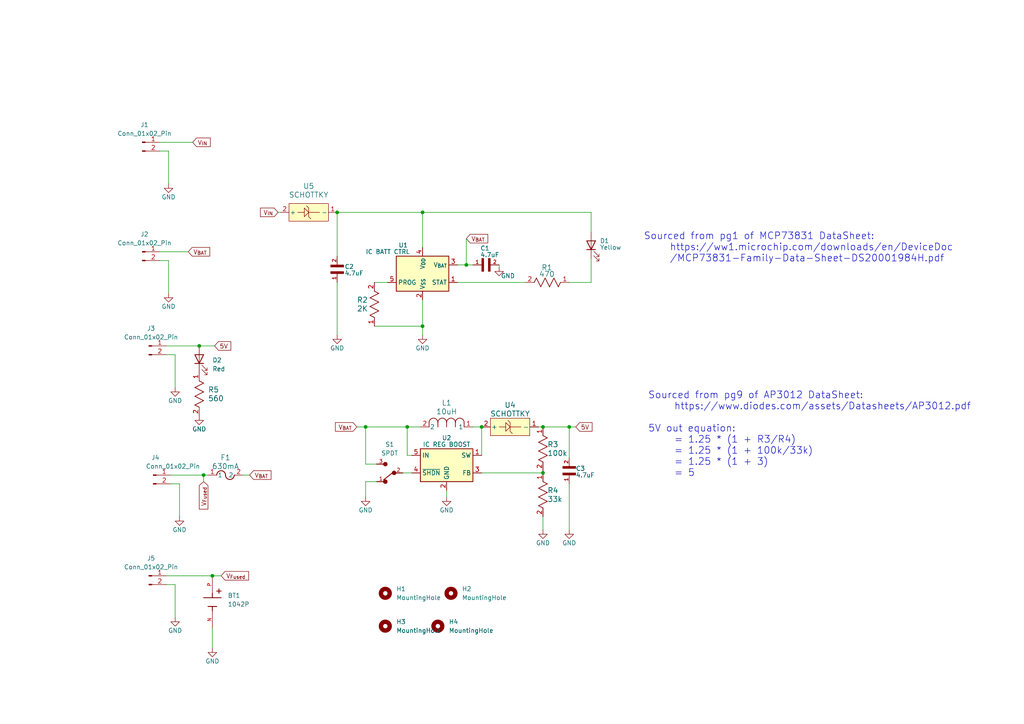
<source format=kicad_sch>
(kicad_sch (version 20230121) (generator eeschema)
  (paper "A4")
  (title_block (title "Lithium Ion Polymer Battery Charger") (date "11/2/23") (rev "1") (company "OSU") (comment 1 "Joseph Conrow") (comment 2 "ECE 441 - Fall 2023") (comment 3 "Prof.  Don Heer") (comment 4 "Reviewed by: Cade Tillema & Louis Marun"))
  (lib_symbols
    (symbol "1042P:1042P" (pin_names (offset 1.016))
      (property "Reference" "BT" (at -3.81 3.81 0))
      (property "Value" "1042P" (at -3.81 -5.08 0))
      (symbol "1042P_0_0"
        (polyline (pts (xy -3.81 1.905) (xy -2.54 1.905)) (stroke (width 0.254)))
        (polyline (pts (xy -3.175 2.54) (xy -3.175 1.27)) (stroke (width 0.254)))
        (polyline (pts (xy -1.27 0) (xy -2.54 0)) (stroke (width 0.254)))
        (polyline (pts (xy -1.27 0) (xy -1.27 -2.54)) (stroke (width 0.254)))
        (polyline (pts (xy -1.27 2.54) (xy -1.27 0)) (stroke (width 0.254)))
        (polyline (pts (xy 1.27 0) (xy 1.27 -1.27)) (stroke (width 0.254)))
        (polyline (pts (xy 1.27 0) (xy 2.54 0)) (stroke (width 0.254)))
        (polyline (pts (xy 1.27 1.27) (xy 1.27 0)) (stroke (width 0.254)))
        (pin passive line (at 7.62 0 180) (length 5.08) (name "~") (number "N"))
        (pin passive line (at -7.62 0 0) (length 5.08) (name "~") (number "P"))
      )
    )
    (symbol "1239AS_H_100M_P2:1239AS-H-100M=P2" (pin_names (offset 0.254))
      (property "Reference" "L" (at 1.27 8.89 0))
      (property "Value" "1239AS-H-100M=P2" (at 1.27 5.715 0))
      (symbol "1239AS-H-100M=P2_1_1"
        (arc (start -1.27 5.08) (mid -2.5345 3.81) (end -1.27 2.54) (stroke (width 0.2032)))
        (arc (start -1.27 7.62) (mid -2.5345 6.35) (end -1.27 5.08) (stroke (width 0.2032)))
        (arc (start -1.27 10.16) (mid -2.5345 8.89) (end -1.27 7.62) (stroke (width 0.2032)))
        (arc (start -1.27 12.7) (mid -2.5345 11.43) (end -1.27 10.16) (stroke (width 0.2032)))
        (polyline (pts (xy 0 2.54) (xy -1.27 2.54)) (stroke (width 0.2032)))
        (polyline (pts (xy 0 5.08) (xy -1.27 5.08)) (stroke (width 0.2032)))
        (polyline (pts (xy 0 7.62) (xy -1.27 7.62)) (stroke (width 0.2032)))
        (polyline (pts (xy 0 10.16) (xy -1.27 10.16)) (stroke (width 0.2032)))
        (polyline (pts (xy 0 12.7) (xy -1.27 12.7)) (stroke (width 0.2032)))
        (pin unspecified line (at 0 15.24 270) (length 2.54) (name "1") (number "1"))
        (pin unspecified line (at 0 0 90) (length 2.54) (name "2") (number "2"))
      )
      (symbol "1239AS-H-100M=P2_1_2"
        (arc (start -1.27 5.08) (mid -2.5345 3.81) (end -1.27 2.54) (stroke (width 0.2032)))
        (arc (start -1.27 7.62) (mid -2.5345 6.35) (end -1.27 5.08) (stroke (width 0.2032)))
        (arc (start -1.27 10.16) (mid -2.5345 8.89) (end -1.27 7.62) (stroke (width 0.2032)))
        (arc (start -1.27 12.7) (mid -2.5345 11.43) (end -1.27 10.16) (stroke (width 0.2032)))
        (polyline (pts (xy 0 2.54) (xy -1.27 2.54)) (stroke (width 0.2032)))
        (polyline (pts (xy 0 5.08) (xy -1.27 5.08)) (stroke (width 0.2032)))
        (polyline (pts (xy 0 7.62) (xy -1.27 7.62)) (stroke (width 0.2032)))
        (polyline (pts (xy 0 10.16) (xy -1.27 10.16)) (stroke (width 0.2032)))
        (polyline (pts (xy 0 12.7) (xy -1.27 12.7)) (stroke (width 0.2032)))
        (pin unspecified line (at 0 15.24 270) (length 2.54) (name "1") (number "1"))
        (pin unspecified line (at 0 0 90) (length 2.54) (name "2") (number "2"))
      )
    )
    (symbol "1N5819HW-7-F:1N5819HW-7-F" (pin_names (offset 0.254))
      (property "Reference" "D" (at 20.32 6.35 0))
      (property "Value" "1N5819HW-7-F" (at 20.32 3.81 0))
      (symbol "1N5819HW-7-F_1_1"
        (polyline (pts (xy 24.13 0) (xy 22.225 0) (xy 22.225 1.27) (xy 20.955 0) (xy 22.225 -1.27) (xy 22.225 0) (xy 22.225 1.27) (xy 20.955 0) (xy 20.955 1.27) (xy 20.32 1.905) (xy 20.955 1.27) (xy 20.955 -1.27) (xy 21.59 -1.905) (xy 20.955 -1.27) (xy 20.955 0) (xy 17.78 0)))
        (rectangle (start 15.24 2.54) (end 26.67 -2.54) (fill (type background)))
        (pin output line (at 12.7 0 0) (length 2.54) (name "-") (number "1"))
        (pin input line (at 29.21 0 180) (length 2.54) (name "+") (number "2"))
      )
    )
    (symbol "3413_0214_22:3413.0214.22" (pin_names (offset 0.254))
      (property "Reference" "F" (at 5.08 3.175 0))
      (property "Value" "3413.0214.22" (at 5.08 -3.175 0))
      (symbol "3413.0214.22_1_1"
        (arc (start 5.08 0) (mid 3.81 1.2645) (end 2.54 0) (stroke (width 0.254)))
        (arc (start 5.08 0) (mid 6.35 -1.2645) (end 7.62 0) (stroke (width 0.254)))
        (pin unspecified line (at 0 0 0) (length 2.54) (name "1") (number "1"))
        (pin unspecified line (at 10.16 0 180) (length 2.54) (name "2") (number "2"))
      )
      (symbol "3413.0214.22_1_2"
        (arc (start 0 5.08) (mid -1.2645 3.81) (end 0 2.54) (stroke (width 0.254)))
        (arc (start 0 5.08) (mid 1.2645 6.35) (end 0 7.62) (stroke (width 0.254)))
        (pin unspecified line (at 0 0 90) (length 2.54) (name "1") (number "1"))
        (pin unspecified line (at 0 10.16 270) (length 2.54) (name "2") (number "2"))
      )
    )
    (symbol "Battery_Management:MCP73832-2-OT"
      (property "Reference" "U" (at -7.62 6.35 0))
      (property "Value" "MCP73832-2-OT" (at 1.27 6.35 0))
      (symbol "MCP73832-2-OT_0_1"
        (rectangle (start -7.62 5.08) (end 7.62 -5.08) (stroke (width 0.254)) (fill (type background)))
      )
      (symbol "MCP73832-2-OT_1_1"
        (pin output line (at 10.16 -2.54 180) (length 2.54) (name "STAT") (number "1"))
        (pin power_in line (at 0 -7.62 90) (length 2.54) (name "V_{SS}") (number "2"))
        (pin power_out line (at 10.16 2.54 180) (length 2.54) (name "V_{BAT}") (number "3"))
        (pin power_in line (at 0 7.62 270) (length 2.54) (name "V_{DD}") (number "4"))
        (pin input line (at -10.16 -2.54 0) (length 2.54) (name "PROG") (number "5"))
      )
    )
    (symbol "Connector:Conn_01x02_Pin" (pin_names (offset 1.016) hide)
      (property "Reference" "J" (at 0 2.54 0))
      (property "Value" "Conn_01x02_Pin" (at 0 -5.08 0))
      (symbol "Conn_01x02_Pin_1_1"
        (polyline (pts (xy 1.27 -2.54) (xy 0.8636 -2.54)) (stroke (width 0.1524)))
        (polyline (pts (xy 1.27 0) (xy 0.8636 0)) (stroke (width 0.1524)))
        (rectangle (start 0.8636 -2.413) (end 0 -2.667) (stroke (width 0.1524)) (fill (type outline)))
        (rectangle (start 0.8636 0.127) (end 0 -0.127) (stroke (width 0.1524)) (fill (type outline)))
        (pin passive line (at 5.08 0 180) (length 3.81) (name "Pin_1") (number "1"))
        (pin passive line (at 5.08 -2.54 180) (length 3.81) (name "Pin_2") (number "2"))
      )
    )
    (symbol "Device:LED" (pin_numbers hide) (pin_names (offset 1.016) hide)
      (property "Reference" "D" (at 0 2.54 0))
      (property "Value" "LED" (at 0 -2.54 0))
      (symbol "LED_0_1"
        (polyline (pts (xy -1.27 -1.27) (xy -1.27 1.27)) (stroke (width 0.254)))
        (polyline (pts (xy -1.27 0) (xy 1.27 0)))
        (polyline (pts (xy 1.27 -1.27) (xy 1.27 1.27) (xy -1.27 0) (xy 1.27 -1.27)) (stroke (width 0.254)))
        (polyline (pts (xy -3.048 -0.762) (xy -4.572 -2.286) (xy -3.81 -2.286) (xy -4.572 -2.286) (xy -4.572 -1.524)))
        (polyline (pts (xy -1.778 -0.762) (xy -3.302 -2.286) (xy -2.54 -2.286) (xy -3.302 -2.286) (xy -3.302 -1.524)))
      )
      (symbol "LED_1_1"
        (pin passive line (at -3.81 0 0) (length 2.54) (name "K") (number "1"))
        (pin passive line (at 3.81 0 180) (length 2.54) (name "A") (number "2"))
      )
    )
    (symbol "ERJ_8ENF1003V:ERJ-8ENF1003V" (pin_names (offset 0.254))
      (property "Reference" "R" (at 5.715 3.81 0))
      (property "Value" "ERJ-8ENF1003V" (at 6.35 -3.81 0))
      (symbol "ERJ-8ENF1003V_1_1"
        (polyline (pts (xy 2.54 0) (xy 3.175 1.27)) (stroke (width 0.2032)))
        (polyline (pts (xy 3.175 1.27) (xy 4.445 -1.27)) (stroke (width 0.2032)))
        (polyline (pts (xy 4.445 -1.27) (xy 5.715 1.27)) (stroke (width 0.2032)))
        (polyline (pts (xy 5.715 1.27) (xy 6.985 -1.27)) (stroke (width 0.2032)))
        (polyline (pts (xy 6.985 -1.27) (xy 8.255 1.27)) (stroke (width 0.2032)))
        (polyline (pts (xy 8.255 1.27) (xy 9.525 -1.27)) (stroke (width 0.2032)))
        (polyline (pts (xy 9.525 -1.27) (xy 10.16 0)) (stroke (width 0.2032)))
        (pin unspecified line (at 12.7 0 180) (length 2.54) (name "") (number "1"))
        (pin unspecified line (at 0 0 0) (length 2.54) (name "") (number "2"))
      )
      (symbol "ERJ-8ENF1003V_1_2"
        (polyline (pts (xy -1.27 3.175) (xy 1.27 4.445)) (stroke (width 0.2032)))
        (polyline (pts (xy -1.27 5.715) (xy 1.27 6.985)) (stroke (width 0.2032)))
        (polyline (pts (xy -1.27 8.255) (xy 1.27 9.525)) (stroke (width 0.2032)))
        (polyline (pts (xy 0 2.54) (xy -1.27 3.175)) (stroke (width 0.2032)))
        (polyline (pts (xy 1.27 4.445) (xy -1.27 5.715)) (stroke (width 0.2032)))
        (polyline (pts (xy 1.27 6.985) (xy -1.27 8.255)) (stroke (width 0.2032)))
        (polyline (pts (xy 1.27 9.525) (xy 0 10.16)) (stroke (width 0.2032)))
        (pin unspecified line (at 0 12.7 270) (length 2.54) (name "") (number "1"))
        (pin unspecified line (at 0 0 90) (length 2.54) (name "") (number "2"))
      )
    )
    (symbol "GRM219R6YA475KA73D:GRM219R6YA475KA73D" (pin_names (offset 1.016))
      (property "Reference" "C" (at 0 3.8109 0))
      (property "Value" "GRM219R6YA475KA73D" (at 0 -5.0885 0))
      (symbol "GRM219R6YA475KA73D_0_0"
        (rectangle (start 0 -1.9069) (end 0.635 1.905) (stroke (width 0.1)) (fill (type outline)))
        (rectangle (start 1.9069 -1.9069) (end 2.54 1.905) (stroke (width 0.1)) (fill (type outline)))
        (pin passive line (at -2.54 0 0) (length 2.54) (name "~") (number "1"))
        (pin passive line (at 5.08 0 180) (length 2.54) (name "~") (number "2"))
      )
    )
    (symbol "JS102011JCQN:JS102011JCQN" (pin_names (offset 1.016))
      (property "Reference" "S" (at 0.0028 5.0871 0))
      (property "Value" "JS102011JCQN" (at 0.0013 -5.086 0))
      (symbol "JS102011JCQN_0_0"
        (circle (center -2.54 -0.254) (radius 0.254) (stroke (width 0.254)))
        (circle (center -2.54 0) (radius 0.254) (stroke (width 0.254)))
        (circle (center -2.54 0) (radius 0.3592) (stroke (width 0.254)))
        (circle (center -2.54 0) (radius 0.508) (stroke (width 0.254)))
        (circle (center -0.254 2.54) (radius 0.254) (stroke (width 0.254)))
        (circle (center 0 -2.794) (radius 0.254) (stroke (width 0.254)))
        (circle (center 0 -2.54) (radius 0.254) (stroke (width 0.254)))
        (circle (center 0 -2.54) (radius 0.508) (stroke (width 0.254)))
        (polyline (pts (xy -5.08 0) (xy -2.54 0)) (stroke (width 0.254)))
        (polyline (pts (xy -2.032 0) (xy 0.508 2.032)) (stroke (width 0.254)))
        (polyline (pts (xy 0 -2.54) (xy 2.54 -2.54)) (stroke (width 0.254)))
        (polyline (pts (xy 0 2.54) (xy 2.54 2.54)) (stroke (width 0.254)))
        (circle (center 0 2.54) (radius 0.254) (stroke (width 0.254)))
        (circle (center 0 2.54) (radius 0.3592) (stroke (width 0.254)))
        (circle (center 0 2.54) (radius 0.3592) (stroke (width 0.254)))
        (circle (center 0 2.54) (radius 0.508) (stroke (width 0.254)))
        (pin passive line (at 2.54 2.54 180) (length 2.54) (name "~") (number "1"))
        (pin passive line (at -5.08 0 0) (length 2.54) (name "~") (number "2"))
        (pin passive line (at 2.54 -2.54 180) (length 2.54) (name "~") (number "3"))
      )
    )
    (symbol "Mechanical:MountingHole" (pin_names (offset 1.016))
      (property "Reference" "H" (at 0 5.08 0))
      (property "Value" "MountingHole" (at 0 3.175 0))
      (symbol "MountingHole_0_1"
        (circle (center 0 0) (radius 1.27) (stroke (width 1.27)))
      )
    )
    (symbol "RC0805FR_07470RL:RC0805FR-07470RL" (pin_names (offset 0.254))
      (property "Reference" "R" (at 5.715 3.81 0))
      (property "Value" "RC0805FR-07470RL" (at 6.35 -3.81 0))
      (symbol "RC0805FR-07470RL_1_1"
        (polyline (pts (xy 2.54 0) (xy 3.175 1.27)) (stroke (width 0.2032)))
        (polyline (pts (xy 3.175 1.27) (xy 4.445 -1.27)) (stroke (width 0.2032)))
        (polyline (pts (xy 4.445 -1.27) (xy 5.715 1.27)) (stroke (width 0.2032)))
        (polyline (pts (xy 5.715 1.27) (xy 6.985 -1.27)) (stroke (width 0.2032)))
        (polyline (pts (xy 6.985 -1.27) (xy 8.255 1.27)) (stroke (width 0.2032)))
        (polyline (pts (xy 8.255 1.27) (xy 9.525 -1.27)) (stroke (width 0.2032)))
        (polyline (pts (xy 9.525 -1.27) (xy 10.16 0)) (stroke (width 0.2032)))
        (pin unspecified line (at 12.7 0 180) (length 2.54) (name "") (number "1"))
        (pin unspecified line (at 0 0 0) (length 2.54) (name "") (number "2"))
      )
      (symbol "RC0805FR-07470RL_1_2"
        (polyline (pts (xy -1.27 3.175) (xy 1.27 4.445)) (stroke (width 0.2032)))
        (polyline (pts (xy -1.27 5.715) (xy 1.27 6.985)) (stroke (width 0.2032)))
        (polyline (pts (xy -1.27 8.255) (xy 1.27 9.525)) (stroke (width 0.2032)))
        (polyline (pts (xy 0 2.54) (xy -1.27 3.175)) (stroke (width 0.2032)))
        (polyline (pts (xy 1.27 4.445) (xy -1.27 5.715)) (stroke (width 0.2032)))
        (polyline (pts (xy 1.27 6.985) (xy -1.27 8.255)) (stroke (width 0.2032)))
        (polyline (pts (xy 1.27 9.525) (xy 0 10.16)) (stroke (width 0.2032)))
        (pin unspecified line (at 0 12.7 270) (length 2.54) (name "") (number "1"))
        (pin unspecified line (at 0 0 90) (length 2.54) (name "") (number "2"))
      )
    )
    (symbol "RG2012P_202_B_T5:RG2012P-202-B-T5" (pin_names (offset 0.254))
      (property "Reference" "R" (at 5.715 3.81 0))
      (property "Value" "RG2012P-202-B-T5" (at 6.35 -3.81 0))
      (symbol "RG2012P-202-B-T5_1_1"
        (polyline (pts (xy 2.54 0) (xy 3.175 1.27)) (stroke (width 0.2032)))
        (polyline (pts (xy 3.175 1.27) (xy 4.445 -1.27)) (stroke (width 0.2032)))
        (polyline (pts (xy 4.445 -1.27) (xy 5.715 1.27)) (stroke (width 0.2032)))
        (polyline (pts (xy 5.715 1.27) (xy 6.985 -1.27)) (stroke (width 0.2032)))
        (polyline (pts (xy 6.985 -1.27) (xy 8.255 1.27)) (stroke (width 0.2032)))
        (polyline (pts (xy 8.255 1.27) (xy 9.525 -1.27)) (stroke (width 0.2032)))
        (polyline (pts (xy 9.525 -1.27) (xy 10.16 0)) (stroke (width 0.2032)))
        (pin unspecified line (at 0 0 0) (length 2.54) (name "") (number "1"))
        (pin unspecified line (at 12.7 0 180) (length 2.54) (name "") (number "2"))
      )
      (symbol "RG2012P-202-B-T5_1_2"
        (polyline (pts (xy -1.27 3.175) (xy 1.27 4.445)) (stroke (width 0.2032)))
        (polyline (pts (xy -1.27 5.715) (xy 1.27 6.985)) (stroke (width 0.2032)))
        (polyline (pts (xy -1.27 8.255) (xy 1.27 9.525)) (stroke (width 0.2032)))
        (polyline (pts (xy 0 2.54) (xy -1.27 3.175)) (stroke (width 0.2032)))
        (polyline (pts (xy 1.27 4.445) (xy -1.27 5.715)) (stroke (width 0.2032)))
        (polyline (pts (xy 1.27 6.985) (xy -1.27 8.255)) (stroke (width 0.2032)))
        (polyline (pts (xy 1.27 9.525) (xy 0 10.16)) (stroke (width 0.2032)))
        (pin unspecified line (at 0 12.7 270) (length 2.54) (name "") (number "1"))
        (pin unspecified line (at 0 0 90) (length 2.54) (name "") (number "2"))
      )
    )
    (symbol "RMCF1206FT560R:RMCF1206FT560R" (pin_names (offset 0.254))
      (property "Reference" "R" (at 5.715 3.81 0))
      (property "Value" "RMCF1206FT560R" (at 6.35 -3.81 0))
      (symbol "RMCF1206FT560R_1_1"
        (polyline (pts (xy 2.54 0) (xy 3.175 1.27)) (stroke (width 0.2032)))
        (polyline (pts (xy 3.175 1.27) (xy 4.445 -1.27)) (stroke (width 0.2032)))
        (polyline (pts (xy 4.445 -1.27) (xy 5.715 1.27)) (stroke (width 0.2032)))
        (polyline (pts (xy 5.715 1.27) (xy 6.985 -1.27)) (stroke (width 0.2032)))
        (polyline (pts (xy 6.985 -1.27) (xy 8.255 1.27)) (stroke (width 0.2032)))
        (polyline (pts (xy 8.255 1.27) (xy 9.525 -1.27)) (stroke (width 0.2032)))
        (polyline (pts (xy 9.525 -1.27) (xy 10.16 0)) (stroke (width 0.2032)))
        (pin unspecified line (at 0 0 0) (length 2.54) (name "") (number "1"))
        (pin unspecified line (at 12.7 0 180) (length 2.54) (name "") (number "2"))
      )
      (symbol "RMCF1206FT560R_1_2"
        (polyline (pts (xy -1.27 3.175) (xy 1.27 4.445)) (stroke (width 0.2032)))
        (polyline (pts (xy -1.27 5.715) (xy 1.27 6.985)) (stroke (width 0.2032)))
        (polyline (pts (xy -1.27 8.255) (xy 1.27 9.525)) (stroke (width 0.2032)))
        (polyline (pts (xy 0 2.54) (xy -1.27 3.175)) (stroke (width 0.2032)))
        (polyline (pts (xy 1.27 4.445) (xy -1.27 5.715)) (stroke (width 0.2032)))
        (polyline (pts (xy 1.27 6.985) (xy -1.27 8.255)) (stroke (width 0.2032)))
        (polyline (pts (xy 1.27 9.525) (xy 0 10.16)) (stroke (width 0.2032)))
        (pin unspecified line (at 0 12.7 270) (length 2.54) (name "") (number "1"))
        (pin unspecified line (at 0 0 90) (length 2.54) (name "") (number "2"))
      )
    )
    (symbol "RMCF1206JT33K0:RMCF1206JT33K0" (pin_names (offset 0.254))
      (property "Reference" "R" (at 5.715 3.81 0))
      (property "Value" "RMCF1206JT33K0" (at 6.35 -3.81 0))
      (symbol "RMCF1206JT33K0_0_1"
        (polyline (pts (xy 2.54 0) (xy 3.175 1.27)) (stroke (width 0.2032)))
        (polyline (pts (xy 3.175 1.27) (xy 4.445 -1.27)) (stroke (width 0.2032)))
        (polyline (pts (xy 4.445 -1.27) (xy 5.715 1.27)) (stroke (width 0.2032)))
        (polyline (pts (xy 5.715 1.27) (xy 6.985 -1.27)) (stroke (width 0.2032)))
        (polyline (pts (xy 6.985 -1.27) (xy 8.255 1.27)) (stroke (width 0.2032)))
        (polyline (pts (xy 8.255 1.27) (xy 9.525 -1.27)) (stroke (width 0.2032)))
        (polyline (pts (xy 9.525 -1.27) (xy 10.16 0)) (stroke (width 0.2032)))
        (pin unspecified line (at 0 0 0) (length 2.54) (name "") (number "1"))
        (pin unspecified line (at 12.7 0 180) (length 2.54) (name "") (number "2"))
      )
    )
    (symbol "Regulator_Switching:AP3012"
      (property "Reference" "U" (at -7.62 5.715 0))
      (property "Value" "AP3012" (at 0 5.715 0))
      (symbol "AP3012_0_1"
        (rectangle (start -7.62 4.445) (end 7.62 -5.08) (stroke (width 0.254)) (fill (type background)))
      )
      (symbol "AP3012_1_1"
        (pin passive line (at 10.16 2.54 180) (length 2.54) (name "SW") (number "1"))
        (pin power_in line (at 0 -7.62 90) (length 2.54) (name "GND") (number "2"))
        (pin input line (at 10.16 -2.54 180) (length 2.54) (name "FB") (number "3"))
        (pin input line (at -10.16 -2.54 0) (length 2.54) (name "~{SHDN}") (number "4"))
        (pin power_in line (at -10.16 2.54 0) (length 2.54) (name "IN") (number "5"))
      )
    )
    (symbol "power:GND" (power) (pin_names (offset 0))
      (property "Value" "GND" (at 0 -3.81 0))
      (symbol "GND_0_1"
        (polyline (pts (xy 0 0) (xy 0 -1.27) (xy 1.27 -1.27) (xy 0 -2.54) (xy -1.27 -1.27) (xy 0 -1.27)))
      )
      (symbol "GND_1_1"
        (pin power_in line (at 0 0 270) (length 0) hide (name "GND") (number "1"))
      )
    )
  )
  (junction (at 157.48 137.16))
  (junction (at 59.055 137.795))
  (junction (at 157.48 123.825))
  (junction (at 122.555 94.615))
  (junction (at 97.79 61.595))
  (junction (at 61.595 167.005))
  (junction (at 106.045 123.825))
  (junction (at 57.785 100.33))
  (junction (at 135.255 76.835))
  (junction (at 139.7 123.825))
  (junction (at 122.555 61.595))
  (junction (at 118.11 123.825))
  (junction (at 165.1 123.825))
  (wire (pts (xy 103.505 123.825) (xy 106.045 123.825)))
  (wire (pts (xy 139.7 137.16) (xy 157.48 137.16)))
  (wire (pts (xy 165.1 81.915) (xy 171.45 81.915)))
  (wire (pts (xy 171.45 74.93) (xy 171.45 81.915)))
  (wire (pts (xy 48.26 100.33) (xy 57.785 100.33)))
  (wire (pts (xy 46.355 43.815) (xy 48.895 43.815)))
  (wire (pts (xy 122.555 61.595) (xy 122.555 71.755)))
  (wire (pts (xy 106.045 139.7) (xy 109.22 139.7)))
  (wire (pts (xy 48.895 75.565) (xy 48.895 85.09)))
  (wire (pts (xy 165.1 140.335) (xy 165.1 153.67)))
  (wire (pts (xy 46.355 75.565) (xy 48.895 75.565)))
  (wire (pts (xy 50.8 169.545) (xy 50.8 179.07)))
  (wire (pts (xy 48.895 43.815) (xy 48.895 53.34)))
  (wire (pts (xy 80.645 61.595) (xy 81.28 61.595)))
  (wire (pts (xy 57.785 100.33) (xy 62.23 100.33)))
  (wire (pts (xy 122.555 61.595) (xy 171.45 61.595)))
  (wire (pts (xy 106.045 123.825) (xy 118.11 123.825)))
  (wire (pts (xy 49.53 140.335) (xy 52.07 140.335)))
  (wire (pts (xy 157.48 149.86) (xy 157.48 153.67)))
  (wire (pts (xy 122.555 86.995) (xy 122.555 94.615)))
  (wire (pts (xy 132.715 76.835) (xy 135.255 76.835)))
  (wire (pts (xy 129.54 142.24) (xy 129.54 144.145)))
  (wire (pts (xy 119.38 132.08) (xy 118.11 132.08)))
  (wire (pts (xy 97.79 61.595) (xy 97.79 74.295)))
  (wire (pts (xy 97.79 81.915) (xy 97.79 97.155)))
  (wire (pts (xy 49.53 137.795) (xy 59.055 137.795)))
  (wire (pts (xy 139.7 123.825) (xy 139.7 132.08)))
  (wire (pts (xy 157.48 136.525) (xy 157.48 137.16)))
  (wire (pts (xy 106.045 123.825) (xy 106.045 134.62)))
  (wire (pts (xy 48.26 167.005) (xy 61.595 167.005)))
  (wire (pts (xy 144.78 77.47) (xy 144.78 76.835)))
  (wire (pts (xy 106.045 139.7) (xy 106.045 144.145)))
  (wire (pts (xy 132.715 81.915) (xy 152.4 81.915)))
  (wire (pts (xy 46.355 73.025) (xy 54.61 73.025)))
  (wire (pts (xy 59.055 137.795) (xy 59.055 139.7)))
  (wire (pts (xy 52.07 140.335) (xy 52.07 149.86)))
  (wire (pts (xy 61.595 182.245) (xy 61.595 187.96)))
  (wire (pts (xy 50.8 102.87) (xy 50.8 112.395)))
  (wire (pts (xy 48.26 169.545) (xy 50.8 169.545)))
  (wire (pts (xy 165.1 123.825) (xy 167.005 123.825)))
  (wire (pts (xy 70.485 137.795) (xy 72.39 137.795)))
  (wire (pts (xy 171.45 61.595) (xy 171.45 67.31)))
  (wire (pts (xy 61.595 167.005) (xy 64.135 167.005)))
  (wire (pts (xy 156.21 123.825) (xy 157.48 123.825)))
  (wire (pts (xy 116.84 137.16) (xy 119.38 137.16)))
  (wire (pts (xy 112.395 81.915) (xy 108.585 81.915)))
  (wire (pts (xy 118.11 123.825) (xy 118.11 132.08)))
  (wire (pts (xy 97.79 61.595) (xy 122.555 61.595)))
  (wire (pts (xy 48.26 102.87) (xy 50.8 102.87)))
  (wire (pts (xy 59.055 137.795) (xy 60.325 137.795)))
  (wire (pts (xy 108.585 94.615) (xy 122.555 94.615)))
  (wire (pts (xy 137.16 123.825) (xy 139.7 123.825)))
  (wire (pts (xy 118.11 123.825) (xy 121.92 123.825)))
  (wire (pts (xy 135.255 76.835) (xy 137.16 76.835)))
  (wire (pts (xy 165.1 123.825) (xy 165.1 132.715)))
  (wire (pts (xy 135.255 69.215) (xy 135.255 76.835)))
  (wire (pts (xy 46.355 41.275) (xy 55.88 41.275)))
  (wire (pts (xy 122.555 94.615) (xy 122.555 97.155)))
  (wire (pts (xy 157.48 123.825) (xy 165.1 123.825)))
  (wire (pts (xy 109.22 134.62) (xy 106.045 134.62)))
  (text "Sourced from pg9 of AP3012 DataSheet:\n	https://www.diodes.com/assets/Datasheets/AP3012.pdf\n\n5V out equation:\n	= 1.25 * (1 + R3/R4)\n	= 1.25 * (1 + 100k/33k)\n	= 1.25 * (1 + 3)\n	= 5\n" (at 187.96 138.43 0) (effects (font (size 2 2)) (justify left bottom)))
  (text "Sourced from pg1 of MCP73831 DataSheet:\n	https://ww1.microchip.com/downloads/en/DeviceDoc\n	/MCP73831-Family-Data-Sheet-DS20001984H.pdf" (at 186.69 76.2 0) (effects (font (size 2 2)) (justify left bottom)))
  (global_label "V_{IN}" (shape input) (at 55.88 41.275 0) (property "Intersheetrefs" "${INTERSHEET_REFS}" (effects hide)))
  (global_label "V_{BAT}" (shape input) (at 72.39 137.795 0) (property "Intersheetrefs" "${INTERSHEET_REFS}" (effects hide)))
  (global_label "5V" (shape input) (at 167.005 123.825 0) (property "Intersheetrefs" "${INTERSHEET_REFS}" (effects hide)))
  (global_label "V_{Fused}" (shape input) (at 64.135 167.005 0) (property "Intersheetrefs" "${INTERSHEET_REFS}" (effects hide)))
  (global_label "V_{Fused}" (shape input) (at 59.055 139.7 270) (property "Intersheetrefs" "${INTERSHEET_REFS}" (effects hide)))
  (global_label "V_{BAT}" (shape input) (at 54.61 73.025 0) (property "Intersheetrefs" "${INTERSHEET_REFS}" (effects hide)))
  (global_label "V_{BAT}" (shape input) (at 103.505 123.825 180) (property "Intersheetrefs" "${INTERSHEET_REFS}" (effects hide)))
  (global_label "V_{IN}" (shape input) (at 80.645 61.595 180) (property "Intersheetrefs" "${INTERSHEET_REFS}" (effects hide)))
  (global_label "5V" (shape input) (at 62.23 100.33 0) (property "Intersheetrefs" "${INTERSHEET_REFS}" (effects hide)))
  (global_label "V_{BAT}" (shape input) (at 135.255 69.215 0) (property "Intersheetrefs" "${INTERSHEET_REFS}" (effects hide)))
  (symbol (lib_id "1239AS_H_100M_P2:1239AS-H-100M=P2") (at 121.92 123.825 270) (unit 1)
    (property "Reference" "L1" (at 129.54 116.84 90) (effects (font (size 1.524 1.524))))
    (property "Value" "10uH" (at 129.54 119.38 90) (effects (font (size 1.524 1.524))))
    (property "Footprint" "1239AS_H_100M_P2:IND_DFE252012C_MUR" (effects hide))
    (property "Datasheet" "1239AS-H-100M=P2" (effects hide))
    (property "DATASHEET" "https://www.murata.com/~/media/webrenewal/products/inductor/chip/tokoproducts/wirewoundmetalalloychiptype/m_dfe252012c.ashx" (effects hide))
    (property "Model" "1239AS-H-100M=P2" (effects hide))
    (property "Supplier" "https://www.digikey.com/en/products/detail/murata-electronics/1239AS-H-100M-P2/5247174" (effects hide))
  )
  (symbol (lib_id "JS102011JCQN:JS102011JCQN") (at 111.76 137.16 180) (unit 1)
    (property "Reference" "S1" (at 113.03 128.905 0))
    (property "Value" "SPDT" (at 113.03 131.445 0))
    (property "Footprint" "JS102011JCQN:SW_JS102011JCQN" (effects hide))
    (property "DATASHEET" "https://www.ckswitches.com/media/1422/js.pdf" (effects hide))
    (property "Model" "JS102011JCQN" (effects hide))
    (property "Supplier" "https://www.digikey.com/en/products/detail/c-k/JS102011JCQN/6137628" (effects hide))
  )
  (symbol (lib_id "power:GND") (at 122.555 97.155 0) (unit 1)
    (property "Reference" "#PWR01" (effects hide))
    (property "Value" "GND" (at 122.555 100.965 0))
  )
  (symbol (lib_id "power:GND") (at 48.895 53.34 0) (unit 1)
    (property "Reference" "#PWR04" (effects hide))
    (property "Value" "GND" (at 48.895 57.15 0))
  )
  (symbol (lib_id "power:GND") (at 129.54 144.145 0) (unit 1)
    (property "Reference" "#PWR05" (effects hide))
    (property "Value" "GND" (at 129.54 147.955 0))
  )
  (symbol (lib_id "Regulator_Switching:AP3012") (at 129.54 134.62 0) (unit 1)
    (property "Reference" "U2" (at 129.54 127 0))
    (property "Value" "IC REG BOOST" (at 129.54 128.905 0))
    (property "Footprint" "AP3012KTR_G1:SOT-23-5_DIO" (effects hide))
    (property "Model" "AP3012KTR-G1" (effects hide))
    (property "Supplier" "https://www.digikey.com/en/products/detail/diodes-incorporated/ap3012ktr-g1/4470846" (effects hide))
    (property "DATASHEET" "https://www.diodes.com/assets/Datasheets/AP3012.pdf" (effects hide))
  )
  (symbol (lib_id "power:GND") (at 61.595 187.96 0) (unit 1)
    (property "Reference" "#PWR014" (effects hide))
    (property "Value" "GND" (at 61.595 191.77 0))
  )
  (symbol (lib_id "Mechanical:MountingHole") (at 127 181.61 0) (unit 1)
    (property "Reference" "H4" (at 130.175 180.34 0) (effects (justify left)))
    (property "Value" "MountingHole" (at 130.175 182.88 0) (effects (justify left)))
    (property "Footprint" "MountingHole:MountingHole_2.5mm" (effects hide))
  )
  (symbol (lib_id "Mechanical:MountingHole") (at 111.76 172.085 0) (unit 1)
    (property "Reference" "H1" (at 114.935 170.815 0) (effects (justify left)))
    (property "Value" "MountingHole" (at 114.935 173.355 0) (effects (justify left)))
    (property "Footprint" "MountingHole:MountingHole_2.5mm" (effects hide))
  )
  (symbol (lib_id "Battery_Management:MCP73832-2-OT") (at 122.555 79.375 0) (unit 1)
    (property "Reference" "U1" (at 115.57 71.12 0) (effects (justify left)))
    (property "Value" "IC BATT CTRL" (at 106.045 73.025 0) (effects (justify left)))
    (property "Footprint" "MCP73832T_2DCI_OT:MCP73832T_2DCI_OT" (effects hide))
    (property "Model" "MCP73832T-2DCI/OT" (effects hide))
    (property "Supplier" "https://www.digikey.com/en/products/detail/microchip-technology/mcp73832t-2dci-ot/1223150" (effects hide))
    (property "DATASHEET" "https://ww1.microchip.com/downloads/en/DeviceDoc/MCP73831-Family-Data-Sheet-DS20001984H.pdf" (effects hide))
  )
  (symbol (lib_id "power:GND") (at 50.8 112.395 0) (unit 1)
    (property "Reference" "#PWR010" (effects hide))
    (property "Value" "GND" (at 50.8 116.205 0))
  )
  (symbol (lib_id "Mechanical:MountingHole") (at 111.76 181.61 0) (unit 1)
    (property "Reference" "H3" (at 114.935 180.34 0) (effects (justify left)))
    (property "Value" "MountingHole" (at 114.935 182.88 0) (effects (justify left)))
    (property "Footprint" "MountingHole:MountingHole_2.5mm" (effects hide))
  )
  (symbol (lib_id "Connector:Conn_01x02_Pin") (at 43.18 100.33 0) (unit 1)
    (property "Reference" "J3" (at 43.815 95.25 0))
    (property "Value" "Conn_01x02_Pin" (at 43.815 97.79 0))
    (property "Footprint" "Connector_PinHeader_2.54mm:PinHeader_1x02_P2.54mm_Vertical" (effects hide))
  )
  (symbol (lib_id "Connector:Conn_01x02_Pin") (at 41.275 41.275 0) (unit 1)
    (property "Reference" "J1" (at 41.91 36.195 0))
    (property "Value" "Conn_01x02_Pin" (at 41.91 38.735 0))
    (property "Footprint" "Connector_PinHeader_2.54mm:PinHeader_1x02_P2.54mm_Vertical" (effects hide))
  )
  (symbol (lib_id "power:GND") (at 50.8 179.07 0) (unit 1)
    (property "Reference" "#PWR013" (effects hide))
    (property "Value" "GND" (at 50.8 182.88 0))
  )
  (symbol (lib_id "Mechanical:MountingHole") (at 130.81 172.085 0) (unit 1)
    (property "Reference" "H2" (at 133.985 170.815 0) (effects (justify left)))
    (property "Value" "MountingHole" (at 133.985 173.355 0) (effects (justify left)))
    (property "Footprint" "MountingHole:MountingHole_2.5mm" (effects hide))
  )
  (symbol (lib_id "RG2012P_202_B_T5:RG2012P-202-B-T5") (at 108.585 94.615 90) (unit 1)
    (property "Reference" "R2" (at 103.505 86.995 90) (effects (font (size 1.524 1.524)) (justify right)))
    (property "Value" "2K" (at 103.505 89.535 90) (effects (font (size 1.524 1.524)) (justify right)))
    (property "Footprint" "RG2012P-202-B-T5:RES_1220_SUS" (effects hide))
    (property "Model" "RG2012P-202-B-T5" (effects hide))
    (property "Supplier" "https://www.digikey.com/en/products/detail/susumu/rg2012p-202-b-t5/1240703" (effects hide))
    (property "DATASHEET" "https://www.susumu.co.jp/common/pdf/n_catalog_partition01_en.pdf" (effects hide))
  )
  (symbol (lib_id "1N5819HW-7-F:1N5819HW-7-F") (at 110.49 61.595 180) (unit 1)
    (property "Reference" "U5" (at 89.535 53.975 0) (effects (font (size 1.524 1.524))))
    (property "Value" "SCHOTTKY" (at 89.535 56.515 0) (effects (font (size 1.524 1.524))))
    (property "Footprint" "1N5819HW-7-F:1N5819HW-7-F_DIO" (effects hide))
    (property "Model" "1N5819HW-7-F" (effects hide))
    (property "Supplier" "https://www.digikey.com/en/products/detail/diodes-incorporated/1n5819hw-7-f/814970" (effects hide))
    (property "DATASHEET" "https://www.diodes.com/assets/Datasheets/ds30217.pdf" (effects hide))
  )
  (symbol (lib_id "power:GND") (at 52.07 149.86 0) (unit 1)
    (property "Reference" "#PWR012" (effects hide))
    (property "Value" "GND" (at 52.07 153.67 0))
  )
  (symbol (lib_id "GRM219R6YA475KA73D:GRM219R6YA475KA73D") (at 165.1 137.795 90) (unit 1)
    (property "Reference" "C3" (at 167.005 135.89 90) (effects (justify right)))
    (property "Value" "4.7uF" (at 167.005 137.795 90) (effects (justify right)))
    (property "Footprint" "GRM219R6YA475KA73D:GRM219R6YA475KA73D" (effects hide))
    (property "Datasheet" "https://search.murata.co.jp/Ceramy/image/img/A01X/G101/ENG/GRM219R6YA475KA73-01.pdf" (effects hide))
    (property "Model" "GRM219R6YA475KA73D" (effects hide))
    (property "Supplier" "https://www.digikey.com/en/products/detail/murata-electronics/grm219r6ya475ka73d/3900501" (effects hide))
    (property "DATASHEET" "https://search.murata.co.jp/Ceramy/image/img/A01X/G101/ENG/GRM219R6YA475KA73-01.pdf" (effects hide))
  )
  (symbol (lib_id "ERJ_8ENF1003V:ERJ-8ENF1003V") (at 157.48 136.525 90) (unit 1)
    (property "Reference" "R3" (at 158.75 128.905 90) (effects (font (size 1.524 1.524)) (justify right)))
    (property "Value" "100k" (at 158.75 131.445 90) (effects (font (size 1.524 1.524)) (justify right)))
    (property "Footprint" "ERJ_8ENF1003V:RC1206N_PAN" (effects hide))
    (property "Datasheet" "https://industrial.panasonic.com/cdbs/www-data/pdf/RDA0000/AOA0000C304.pdf" (effects hide))
    (property "DATASHEET" "https://industrial.panasonic.com/cdbs/www-data/pdf/RDA0000/AOA0000C304.pdf" (effects hide))
    (property "Model" "ERJ-8ENF1003V" (effects hide))
    (property "Supplier" "https://www.digikey.com/en/products/detail/panasonic-electronic-components/ERJ-8ENF1003V/89306" (effects hide))
  )
  (symbol (lib_id "power:GND") (at 57.785 120.65 0) (unit 1)
    (property "Reference" "#PWR011" (effects hide))
    (property "Value" "GND" (at 57.785 124.46 0))
  )
  (symbol (lib_id "Device:LED") (at 171.45 71.12 90) (unit 1)
    (property "Reference" "D1" (at 173.99 69.85 90) (effects (justify right)))
    (property "Value" "Yellow" (at 173.99 71.755 90) (effects (justify right)))
    (property "Footprint" "KW DSLP31.CC-GXHX-4J8K-Z444-60-R18:KW DSLP31.CC-GXHX-4J8K-Z444-60-R18" (effects hide))
    (property "DATASHEET" "https://dammedia.osram.info/media/resource/hires/osram-dam-12826143/KW%20DSLP31.CC_EN.pdf" (effects hide))
    (property "Model" "KW DSLP31.CC-GXHX-4J8K-Z444-60-R18" (effects hide))
    (property "Supplier" "https://www.digikey.com/en/products/detail/ams-osram-usa-inc/KW-DSLP31-CC-GXHX-4J8K-Z444-60-R18/13679462" (effects hide))
  )
  (symbol (lib_id "Connector:Conn_01x02_Pin") (at 41.275 73.025 0) (unit 1)
    (property "Reference" "J2" (at 41.91 67.945 0))
    (property "Value" "Conn_01x02_Pin" (at 41.91 70.485 0))
    (property "Footprint" "Connector_PinHeader_2.54mm:PinHeader_1x02_P2.54mm_Vertical" (effects hide))
  )
  (symbol (lib_id "power:GND") (at 144.78 77.47 0) (unit 1)
    (property "Reference" "#PWR02" (effects hide))
    (property "Value" "GND" (at 147.32 80.01 0))
  )
  (symbol (lib_id "3413_0214_22:3413.0214.22") (at 60.325 137.795 0) (unit 1)
    (property "Reference" "F1" (at 65.405 132.715 0) (effects (font (size 1.524 1.524))))
    (property "Value" "630mA" (at 65.405 135.255 0) (effects (font (size 1.524 1.524))))
    (property "Footprint" "3413_0214_22:FUS1206_24N_SCH" (effects hide))
    (property "Datasheet" "3413.0214.22" (effects hide))
    (property "DATASHEET" "https://us.schurter.com/en/datasheet/typ_USI_1206.pdf" (effects hide))
    (property "Model" "3413.0214.22" (effects hide))
    (property "Supplier" "https://www.digikey.com/en/products/detail/schurter-inc/3413-0214-22/1522941" (effects hide))
  )
  (symbol (lib_id "GRM219R6YA475KA73D:GRM219R6YA475KA73D") (at 97.79 79.375 90) (unit 1)
    (property "Reference" "C2" (at 99.949 77.343 90) (effects (justify right)))
    (property "Value" "4.7uF" (at 99.949 79.248 90) (effects (justify right)))
    (property "Footprint" "GRM219R6YA475KA73D:GRM219R6YA475KA73D" (effects hide))
    (property "Datasheet" "https://search.murata.co.jp/Ceramy/image/img/A01X/G101/ENG/GRM219R6YA475KA73-01.pdf" (effects hide))
    (property "Model" "GRM219R6YA475KA73D" (effects hide))
    (property "Supplier" "https://www.digikey.com/en/products/detail/murata-electronics/grm219r6ya475ka73d/3900501" (effects hide))
    (property "DATASHEET" "https://search.murata.co.jp/Ceramy/image/img/A01X/G101/ENG/GRM219R6YA475KA73-01.pdf" (effects hide))
  )
  (symbol (lib_id "power:GND") (at 48.895 85.09 0) (unit 1)
    (property "Reference" "#PWR09" (effects hide))
    (property "Value" "GND" (at 48.895 88.9 0))
  )
  (symbol (lib_id "power:GND") (at 165.1 153.67 0) (unit 1)
    (property "Reference" "#PWR07" (effects hide))
    (property "Value" "GND" (at 165.1 157.48 0))
  )
  (symbol (lib_id "RC0805FR_07470RL:RC0805FR-07470RL") (at 152.4 81.915 0) (unit 1)
    (property "Reference" "R1" (at 158.623 77.597 0) (effects (font (size 1.524 1.524))))
    (property "Value" "470" (at 158.623 79.502 0) (effects (font (size 1.524 1.524))))
    (property "Footprint" "RC0805N_YAG:RC0805N_YAG" (effects hide))
    (property "Model" "RC0805FR-07470RL" (effects hide))
    (property "Supplier" "https://www.digikey.com/en/products/detail/yageo/rc0805fr-07470rl/727976" (effects hide))
    (property "DATASHEET" "https://www.yageo.com/upload/media/product/productsearch/datasheet/rchip/PYu-RC_Group_51_RoHS_L_12.pdf" (effects hide))
  )
  (symbol (lib_id "1N5819HW-7-F:1N5819HW-7-F") (at 168.91 123.825 180) (unit 1)
    (property "Reference" "U4" (at 147.955 117.475 0) (effects (font (size 1.524 1.524))))
    (property "Value" "SCHOTTKY" (at 147.955 120.015 0) (effects (font (size 1.524 1.524))))
    (property "Footprint" "1N5819HW-7-F:1N5819HW-7-F_DIO" (effects hide))
    (property "Model" "1N5819HW-7-F" (effects hide))
    (property "Supplier" "https://www.digikey.com/en/products/detail/diodes-incorporated/1n5819hw-7-f/814970" (effects hide))
    (property "DATASHEET" "https://www.diodes.com/assets/Datasheets/ds30217.pdf" (effects hide))
  )
  (symbol (lib_id "1042P:1042P") (at 61.595 174.625 270) (unit 1)
    (property "Reference" "BT1" (at 66.04 172.72 90) (effects (justify left)))
    (property "Value" "1042P" (at 66.04 175.26 90) (effects (justify left)))
    (property "Footprint" "1042P:1042P" (effects hide))
    (property "DATASHEET" "https://www.keyelco.com/userAssets/file/M65p27.pdf" (effects hide))
    (property "Model" "1042P" (effects hide))
    (property "Supplier" "https://www.digikey.com/en/products/detail/keystone-electronics/1042P/4286267" (effects hide))
  )
  (symbol (lib_id "Connector:Conn_01x02_Pin") (at 43.18 167.005 0) (unit 1)
    (property "Reference" "J5" (at 43.815 161.925 0))
    (property "Value" "Conn_01x02_Pin" (at 43.815 164.465 0))
    (property "Footprint" "Connector_PinHeader_2.54mm:PinHeader_1x02_P2.54mm_Vertical" (effects hide))
  )
  (symbol (lib_id "Connector:Conn_01x02_Pin") (at 44.45 137.795 0) (unit 1)
    (property "Reference" "J4" (at 45.085 132.715 0))
    (property "Value" "Conn_01x02_Pin" (at 50.165 135.255 0))
    (property "Footprint" "Connector_PinHeader_2.54mm:PinHeader_1x02_P2.54mm_Vertical" (effects hide))
  )
  (symbol (lib_id "power:GND") (at 97.79 97.155 0) (unit 1)
    (property "Reference" "#PWR03" (effects hide))
    (property "Value" "GND" (at 97.79 100.965 0))
  )
  (symbol (lib_id "power:GND") (at 157.48 153.67 0) (unit 1)
    (property "Reference" "#PWR08" (effects hide))
    (property "Value" "GND" (at 157.48 157.48 0))
  )
  (symbol (lib_id "power:GND") (at 106.045 144.145 0) (unit 1)
    (property "Reference" "#PWR06" (effects hide))
    (property "Value" "GND" (at 106.045 147.955 0))
  )
  (symbol (lib_id "RMCF1206FT560R:RMCF1206FT560R") (at 57.785 107.95 270) (unit 1)
    (property "Reference" "R5" (at 60.325 113.03 90) (effects (font (size 1.524 1.524)) (justify left)))
    (property "Value" "560" (at 60.325 115.57 90) (effects (font (size 1.524 1.524)) (justify left)))
    (property "Footprint" "RMCF1206FT560R:STA_RMCF1206_STP" (effects hide))
    (property "Datasheet" "RMCF1206FT560R" (effects hide))
    (property "DATASHEET" "https://www.seielect.com/catalog/sei-rmcf_rmcp.pdf" (effects hide))
    (property "Model" "RMCF1206FT560R" (effects hide))
    (property "Supplier" "https://www.digikey.com/en/products/detail/stackpole-electronics-inc/RMCF1206FT560R/1759204" (effects hide))
  )
  (symbol (lib_id "Device:LED") (at 57.785 104.14 90) (unit 1)
    (property "Reference" "D2" (at 61.595 104.4575 90) (effects (justify right)))
    (property "Value" "Red" (at 61.595 106.9975 90) (effects (justify right)))
    (property "Footprint" "LTST-C930KRKT:LTST-C930KRKT" (effects hide))
    (property "DATASHEET" "https://www.digikey.com/en/products/detail/liteon/LTST-C930KRKT/386867" (effects hide))
    (property "Model" "LTST-C930KRKT" (effects hide))
    (property "Supplier" "https://www.digikey.com/en/products/detail/liteon/LTST-C930KRKT/386867" (effects hide))
  )
  (symbol (lib_id "RMCF1206JT33K0:RMCF1206JT33K0") (at 157.48 137.16 270) (unit 1)
    (property "Reference" "R4" (at 158.75 142.24 90) (effects (font (size 1.524 1.524)) (justify left)))
    (property "Value" "33k" (at 158.75 144.78 90) (effects (font (size 1.524 1.524)) (justify left)))
    (property "Footprint" "RMCF1206JT33K0:RES_RMCF1206_STP" (effects hide))
    (property "Datasheet" "RMCF1206JT33K0" (effects hide))
    (property "DATASHEET" "https://www.seielect.com/catalog/sei-rmcf_rmcp.pdf" (effects hide))
    (property "Model" "RMCF1206JT33K0" (effects hide))
    (property "Supplier" "https://www.digikey.com/en/products/detail/stackpole-electronics-inc/RMCF1206JT33K0/1753821" (effects hide))
  )
  (symbol (lib_id "GRM219R6YA475KA73D:GRM219R6YA475KA73D") (at 139.7 76.835 0) (unit 1)
    (property "Reference" "C1" (at 139.319 72.009 0) (effects (justify left)))
    (property "Value" "4.7uF" (at 139.319 73.914 0) (effects (justify left)))
    (property "Footprint" "GRM219R6YA475KA73D:GRM219R6YA475KA73D" (effects hide))
    (property "Datasheet" "https://search.murata.co.jp/Ceramy/image/img/A01X/G101/ENG/GRM219R6YA475KA73-01.pdf" (effects hide))
    (property "Model" "GRM219R6YA475KA73D" (effects hide))
    (property "Supplier" "https://www.digikey.com/en/products/detail/murata-electronics/grm219r6ya475ka73d/3900501" (effects hide))
    (property "DATASHEET" "https://search.murata.co.jp/Ceramy/image/img/A01X/G101/ENG/GRM219R6YA475KA73-01.pdf" (effects hide))
  )
)
</source>
